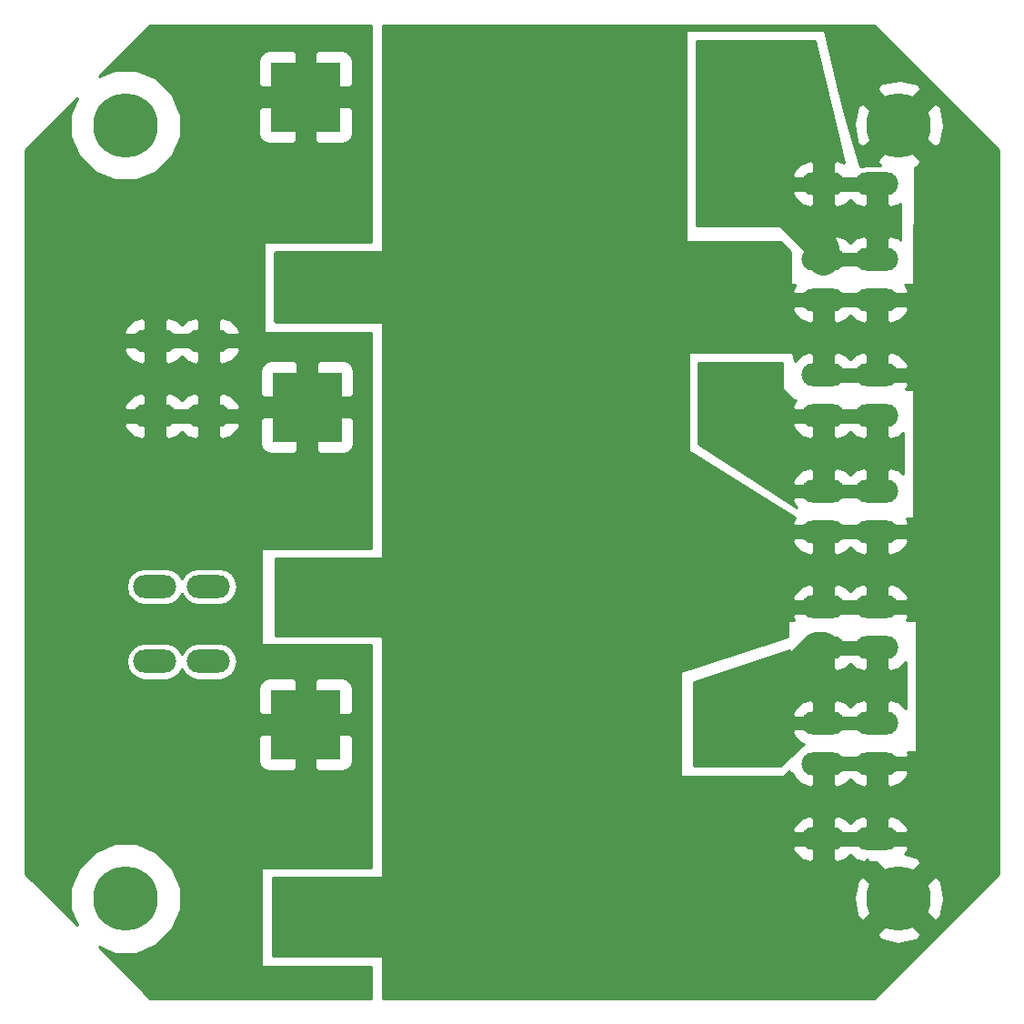
<source format=gbr>
G04 #@! TF.GenerationSoftware,KiCad,Pcbnew,(5.0.2)-1*
G04 #@! TF.CreationDate,2019-05-25T13:24:05-02:30*
G04 #@! TF.ProjectId,PowerPCB,506f7765-7250-4434-922e-6b696361645f,rev?*
G04 #@! TF.SameCoordinates,Original*
G04 #@! TF.FileFunction,Copper,L1,Top*
G04 #@! TF.FilePolarity,Positive*
%FSLAX46Y46*%
G04 Gerber Fmt 4.6, Leading zero omitted, Abs format (unit mm)*
G04 Created by KiCad (PCBNEW (5.0.2)-1) date 5/25/2019 1:24:05 PM*
%MOMM*%
%LPD*%
G01*
G04 APERTURE LIST*
G04 #@! TA.AperFunction,ComponentPad*
%ADD10C,6.000000*%
G04 #@! TD*
G04 #@! TA.AperFunction,ComponentPad*
%ADD11O,4.000000X2.150000*%
G04 #@! TD*
G04 #@! TA.AperFunction,SMDPad,CuDef*
%ADD12R,6.500000X6.500000*%
G04 #@! TD*
G04 #@! TA.AperFunction,ViaPad*
%ADD13C,0.800000*%
G04 #@! TD*
G04 #@! TA.AperFunction,Conductor*
%ADD14C,0.250000*%
G04 #@! TD*
G04 #@! TA.AperFunction,Conductor*
%ADD15C,3.000000*%
G04 #@! TD*
G04 #@! TA.AperFunction,Conductor*
%ADD16C,0.254000*%
G04 #@! TD*
G04 APERTURE END LIST*
D10*
G04 #@! TO.P,H1,1*
G04 #@! TO.N,GND*
X132000000Y-68000000D03*
G04 #@! TD*
G04 #@! TO.P,H2,1*
G04 #@! TO.N,GND*
X60000000Y-68000000D03*
G04 #@! TD*
G04 #@! TO.P,H3,1*
G04 #@! TO.N,GND*
X132000000Y-140000000D03*
G04 #@! TD*
G04 #@! TO.P,H4,1*
G04 #@! TO.N,GND*
X60000000Y-140000000D03*
G04 #@! TD*
D11*
G04 #@! TO.P,J1,1*
G04 #@! TO.N,+V*
X67740000Y-88080000D03*
X67740000Y-95080000D03*
X62740000Y-95080000D03*
X62740000Y-88080000D03*
G04 #@! TD*
G04 #@! TO.P,J2,1*
G04 #@! TO.N,GND*
X67740000Y-117940000D03*
X67740000Y-110940000D03*
X62740000Y-110940000D03*
X62740000Y-117940000D03*
G04 #@! TD*
G04 #@! TO.P,J5,1*
G04 #@! TO.N,Net-(J5-Pad1)*
X129970000Y-123655000D03*
X129970000Y-116655000D03*
X124970000Y-116655000D03*
X124970000Y-123655000D03*
G04 #@! TD*
G04 #@! TO.P,J7,1*
G04 #@! TO.N,Net-(J7-Pad1)*
X124970000Y-80475000D03*
X124970000Y-73475000D03*
X129970000Y-73475000D03*
X129970000Y-80475000D03*
G04 #@! TD*
G04 #@! TO.P,J8,1*
G04 #@! TO.N,GND*
X124970000Y-91270000D03*
X124970000Y-84270000D03*
X129970000Y-84270000D03*
X129970000Y-91270000D03*
G04 #@! TD*
G04 #@! TO.P,J9,1*
G04 #@! TO.N,Net-(J9-Pad1)*
X129970000Y-95065000D03*
X129970000Y-102065000D03*
X124970000Y-102065000D03*
X124970000Y-95065000D03*
G04 #@! TD*
G04 #@! TO.P,J10,1*
G04 #@! TO.N,GND*
X124970000Y-112860000D03*
X124970000Y-105860000D03*
X129970000Y-105860000D03*
X129970000Y-112860000D03*
G04 #@! TD*
G04 #@! TO.P,J6,1*
G04 #@! TO.N,GND*
X129970000Y-134450000D03*
X129970000Y-127450000D03*
X124970000Y-127450000D03*
X124970000Y-134450000D03*
G04 #@! TD*
D12*
G04 #@! TO.P,U2,3*
G04 #@! TO.N,Net-(J5-Pad1)*
X117000000Y-123560000D03*
G04 #@! TO.P,U2,2*
G04 #@! TO.N,GND*
X117000000Y-141560000D03*
X77000000Y-141560000D03*
G04 #@! TO.P,U2,1*
G04 #@! TO.N,+V*
X76750000Y-123810000D03*
G04 #@! TD*
G04 #@! TO.P,U3,1*
G04 #@! TO.N,+V*
X76900000Y-94250000D03*
G04 #@! TO.P,U3,2*
G04 #@! TO.N,GND*
X77150000Y-112000000D03*
X117150000Y-112000000D03*
G04 #@! TO.P,U3,3*
G04 #@! TO.N,Net-(J9-Pad1)*
X117150000Y-94000000D03*
G04 #@! TD*
G04 #@! TO.P,U4,3*
G04 #@! TO.N,Net-(J7-Pad1)*
X117000000Y-65140000D03*
G04 #@! TO.P,U4,2*
G04 #@! TO.N,GND*
X117000000Y-83140000D03*
X77000000Y-83140000D03*
G04 #@! TO.P,U4,1*
G04 #@! TO.N,+V*
X76750000Y-65390000D03*
G04 #@! TD*
D13*
G04 #@! TO.N,GND*
X85500000Y-81000000D03*
X85500000Y-83000000D03*
X85500000Y-85250000D03*
X85000000Y-109250000D03*
X85000000Y-112000000D03*
X85000000Y-114250000D03*
X85750000Y-139000000D03*
X85750000Y-141000000D03*
X85750000Y-143500000D03*
X110000000Y-138500000D03*
X110000000Y-140750000D03*
X110000000Y-143250000D03*
X110750000Y-114250000D03*
X110750000Y-112000000D03*
X110750000Y-109750000D03*
X110250000Y-85250000D03*
X110250000Y-82750000D03*
X110250000Y-80250000D03*
G04 #@! TD*
D14*
G04 #@! TO.N,GND*
X77000000Y-83140000D02*
X83360000Y-83140000D01*
X83360000Y-83140000D02*
X85500000Y-81000000D01*
X85500000Y-83000000D02*
X85500000Y-85250000D01*
X77150000Y-112000000D02*
X82250000Y-112000000D01*
X82250000Y-112000000D02*
X85000000Y-109250000D01*
X85000000Y-112000000D02*
X85000000Y-114250000D01*
X77000000Y-141560000D02*
X83190000Y-141560000D01*
X83190000Y-141560000D02*
X85750000Y-139000000D01*
X85750000Y-141000000D02*
X85750000Y-143500000D01*
X110440000Y-138500000D02*
X110000000Y-138500000D01*
X117000000Y-141560000D02*
X113500000Y-141560000D01*
X113500000Y-141560000D02*
X110440000Y-138500000D01*
X110000000Y-140750000D02*
X110000000Y-143250000D01*
X111400000Y-114250000D02*
X110750000Y-114250000D01*
X117150000Y-112000000D02*
X113650000Y-112000000D01*
X113650000Y-112000000D02*
X111400000Y-114250000D01*
X110750000Y-112000000D02*
X110750000Y-109750000D01*
X117000000Y-83140000D02*
X112360000Y-83140000D01*
X112360000Y-83140000D02*
X110250000Y-85250000D01*
X110250000Y-82750000D02*
X110250000Y-80250000D01*
D15*
G04 #@! TO.N,Net-(J5-Pad1)*
X124970000Y-116655000D02*
X124345000Y-116655000D01*
X124345000Y-116655000D02*
X122500000Y-118500000D01*
G04 #@! TO.N,Net-(J7-Pad1)*
X124970000Y-80475000D02*
X124970000Y-79470000D01*
X124970000Y-79470000D02*
X122750000Y-77250000D01*
X122750000Y-77250000D02*
X121500000Y-76000000D01*
G04 #@! TD*
D16*
G04 #@! TO.N,+V*
G36*
X82873000Y-78873000D02*
X73000000Y-78873000D01*
X72951399Y-78882667D01*
X72910197Y-78910197D01*
X72882667Y-78951399D01*
X72873000Y-79000000D01*
X72873000Y-87250000D01*
X72882667Y-87298601D01*
X72910197Y-87339803D01*
X72951399Y-87367333D01*
X73000000Y-87377000D01*
X82873000Y-87377000D01*
X82873000Y-107373000D01*
X72750000Y-107373000D01*
X72701399Y-107382667D01*
X72660197Y-107410197D01*
X72632667Y-107451399D01*
X72623000Y-107500000D01*
X72623000Y-116250000D01*
X72632667Y-116298601D01*
X72660197Y-116339803D01*
X72701399Y-116367333D01*
X72750000Y-116377000D01*
X82873000Y-116377000D01*
X82873000Y-137123000D01*
X72750000Y-137123000D01*
X72701399Y-137132667D01*
X72660197Y-137160197D01*
X72632667Y-137201399D01*
X72623000Y-137250000D01*
X72623000Y-146250000D01*
X72632667Y-146298601D01*
X72660197Y-146339803D01*
X72701399Y-146367333D01*
X72750000Y-146377000D01*
X82873000Y-146377000D01*
X82873000Y-149290000D01*
X62294092Y-149290000D01*
X57530698Y-144526606D01*
X58980176Y-145127000D01*
X61019824Y-145127000D01*
X62904212Y-144346461D01*
X64346461Y-142904212D01*
X65127000Y-141019824D01*
X65127000Y-138980176D01*
X64346461Y-137095788D01*
X62904212Y-135653539D01*
X61019824Y-134873000D01*
X58980176Y-134873000D01*
X57095788Y-135653539D01*
X55653539Y-137095788D01*
X54873000Y-138980176D01*
X54873000Y-141019824D01*
X55473394Y-142469303D01*
X50710000Y-137705910D01*
X50710000Y-124964750D01*
X72373000Y-124964750D01*
X72373000Y-127284174D01*
X72544576Y-127698394D01*
X72861606Y-128015425D01*
X73275826Y-128187000D01*
X75595250Y-128187000D01*
X75877000Y-127905250D01*
X75877000Y-124683000D01*
X77623000Y-124683000D01*
X77623000Y-127905250D01*
X77904750Y-128187000D01*
X80224174Y-128187000D01*
X80638394Y-128015425D01*
X80955424Y-127698394D01*
X81127000Y-127284174D01*
X81127000Y-124964750D01*
X80845250Y-124683000D01*
X77623000Y-124683000D01*
X75877000Y-124683000D01*
X72654750Y-124683000D01*
X72373000Y-124964750D01*
X50710000Y-124964750D01*
X50710000Y-120335826D01*
X72373000Y-120335826D01*
X72373000Y-122655250D01*
X72654750Y-122937000D01*
X75877000Y-122937000D01*
X75877000Y-119714750D01*
X77623000Y-119714750D01*
X77623000Y-122937000D01*
X80845250Y-122937000D01*
X81127000Y-122655250D01*
X81127000Y-120335826D01*
X80955424Y-119921606D01*
X80638394Y-119604575D01*
X80224174Y-119433000D01*
X77904750Y-119433000D01*
X77623000Y-119714750D01*
X75877000Y-119714750D01*
X75595250Y-119433000D01*
X73275826Y-119433000D01*
X72861606Y-119604575D01*
X72544576Y-119921606D01*
X72373000Y-120335826D01*
X50710000Y-120335826D01*
X50710000Y-117940000D01*
X60071500Y-117940000D01*
X60204216Y-118607209D01*
X60582159Y-119172841D01*
X61147791Y-119550784D01*
X61646584Y-119650000D01*
X63833416Y-119650000D01*
X64332209Y-119550784D01*
X64897841Y-119172841D01*
X65240000Y-118660764D01*
X65582159Y-119172841D01*
X66147791Y-119550784D01*
X66646584Y-119650000D01*
X68833416Y-119650000D01*
X69332209Y-119550784D01*
X69897841Y-119172841D01*
X70275784Y-118607209D01*
X70408500Y-117940000D01*
X70275784Y-117272791D01*
X69897841Y-116707159D01*
X69332209Y-116329216D01*
X68833416Y-116230000D01*
X66646584Y-116230000D01*
X66147791Y-116329216D01*
X65582159Y-116707159D01*
X65240000Y-117219236D01*
X64897841Y-116707159D01*
X64332209Y-116329216D01*
X63833416Y-116230000D01*
X61646584Y-116230000D01*
X61147791Y-116329216D01*
X60582159Y-116707159D01*
X60204216Y-117272791D01*
X60071500Y-117940000D01*
X50710000Y-117940000D01*
X50710000Y-110940000D01*
X60071500Y-110940000D01*
X60204216Y-111607209D01*
X60582159Y-112172841D01*
X61147791Y-112550784D01*
X61646584Y-112650000D01*
X63833416Y-112650000D01*
X64332209Y-112550784D01*
X64897841Y-112172841D01*
X65240000Y-111660764D01*
X65582159Y-112172841D01*
X66147791Y-112550784D01*
X66646584Y-112650000D01*
X68833416Y-112650000D01*
X69332209Y-112550784D01*
X69897841Y-112172841D01*
X70275784Y-111607209D01*
X70408500Y-110940000D01*
X70275784Y-110272791D01*
X69897841Y-109707159D01*
X69332209Y-109329216D01*
X68833416Y-109230000D01*
X66646584Y-109230000D01*
X66147791Y-109329216D01*
X65582159Y-109707159D01*
X65240000Y-110219236D01*
X64897841Y-109707159D01*
X64332209Y-109329216D01*
X63833416Y-109230000D01*
X61646584Y-109230000D01*
X61147791Y-109329216D01*
X60582159Y-109707159D01*
X60204216Y-110272791D01*
X60071500Y-110940000D01*
X50710000Y-110940000D01*
X50710000Y-95944931D01*
X59789982Y-95944931D01*
X60055792Y-96422416D01*
X60703424Y-96993450D01*
X61520283Y-97273179D01*
X61867000Y-97010531D01*
X61867000Y-95617500D01*
X63613000Y-95617500D01*
X63613000Y-97010531D01*
X63959717Y-97273179D01*
X64776576Y-96993450D01*
X65240000Y-96584837D01*
X65703424Y-96993450D01*
X66520283Y-97273179D01*
X66867000Y-97010531D01*
X66867000Y-95617500D01*
X68613000Y-95617500D01*
X68613000Y-97010531D01*
X68959717Y-97273179D01*
X69776576Y-96993450D01*
X70424208Y-96422416D01*
X70690018Y-95944931D01*
X70508490Y-95617500D01*
X68613000Y-95617500D01*
X66867000Y-95617500D01*
X63613000Y-95617500D01*
X61867000Y-95617500D01*
X59971510Y-95617500D01*
X59789982Y-95944931D01*
X50710000Y-95944931D01*
X50710000Y-95404750D01*
X72523000Y-95404750D01*
X72523000Y-97724174D01*
X72694576Y-98138394D01*
X73011606Y-98455425D01*
X73425826Y-98627000D01*
X75745250Y-98627000D01*
X76027000Y-98345250D01*
X76027000Y-95123000D01*
X77773000Y-95123000D01*
X77773000Y-98345250D01*
X78054750Y-98627000D01*
X80374174Y-98627000D01*
X80788394Y-98455425D01*
X81105424Y-98138394D01*
X81277000Y-97724174D01*
X81277000Y-95404750D01*
X80995250Y-95123000D01*
X77773000Y-95123000D01*
X76027000Y-95123000D01*
X72804750Y-95123000D01*
X72523000Y-95404750D01*
X50710000Y-95404750D01*
X50710000Y-94215069D01*
X59789982Y-94215069D01*
X59971510Y-94542500D01*
X61867000Y-94542500D01*
X61867000Y-93149469D01*
X63613000Y-93149469D01*
X63613000Y-94542500D01*
X66867000Y-94542500D01*
X66867000Y-93149469D01*
X68613000Y-93149469D01*
X68613000Y-94542500D01*
X70508490Y-94542500D01*
X70690018Y-94215069D01*
X70424208Y-93737584D01*
X69776576Y-93166550D01*
X68959717Y-92886821D01*
X68613000Y-93149469D01*
X66867000Y-93149469D01*
X66520283Y-92886821D01*
X65703424Y-93166550D01*
X65240000Y-93575163D01*
X64776576Y-93166550D01*
X63959717Y-92886821D01*
X63613000Y-93149469D01*
X61867000Y-93149469D01*
X61520283Y-92886821D01*
X60703424Y-93166550D01*
X60055792Y-93737584D01*
X59789982Y-94215069D01*
X50710000Y-94215069D01*
X50710000Y-90775826D01*
X72523000Y-90775826D01*
X72523000Y-93095250D01*
X72804750Y-93377000D01*
X76027000Y-93377000D01*
X76027000Y-90154750D01*
X77773000Y-90154750D01*
X77773000Y-93377000D01*
X80995250Y-93377000D01*
X81277000Y-93095250D01*
X81277000Y-90775826D01*
X81105424Y-90361606D01*
X80788394Y-90044575D01*
X80374174Y-89873000D01*
X78054750Y-89873000D01*
X77773000Y-90154750D01*
X76027000Y-90154750D01*
X75745250Y-89873000D01*
X73425826Y-89873000D01*
X73011606Y-90044575D01*
X72694576Y-90361606D01*
X72523000Y-90775826D01*
X50710000Y-90775826D01*
X50710000Y-88944931D01*
X59789982Y-88944931D01*
X60055792Y-89422416D01*
X60703424Y-89993450D01*
X61520283Y-90273179D01*
X61867000Y-90010531D01*
X61867000Y-88617500D01*
X63613000Y-88617500D01*
X63613000Y-90010531D01*
X63959717Y-90273179D01*
X64776576Y-89993450D01*
X65240000Y-89584837D01*
X65703424Y-89993450D01*
X66520283Y-90273179D01*
X66867000Y-90010531D01*
X66867000Y-88617500D01*
X68613000Y-88617500D01*
X68613000Y-90010531D01*
X68959717Y-90273179D01*
X69776576Y-89993450D01*
X70424208Y-89422416D01*
X70690018Y-88944931D01*
X70508490Y-88617500D01*
X68613000Y-88617500D01*
X66867000Y-88617500D01*
X63613000Y-88617500D01*
X61867000Y-88617500D01*
X59971510Y-88617500D01*
X59789982Y-88944931D01*
X50710000Y-88944931D01*
X50710000Y-87215069D01*
X59789982Y-87215069D01*
X59971510Y-87542500D01*
X61867000Y-87542500D01*
X61867000Y-86149469D01*
X63613000Y-86149469D01*
X63613000Y-87542500D01*
X66867000Y-87542500D01*
X66867000Y-86149469D01*
X68613000Y-86149469D01*
X68613000Y-87542500D01*
X70508490Y-87542500D01*
X70690018Y-87215069D01*
X70424208Y-86737584D01*
X69776576Y-86166550D01*
X68959717Y-85886821D01*
X68613000Y-86149469D01*
X66867000Y-86149469D01*
X66520283Y-85886821D01*
X65703424Y-86166550D01*
X65240000Y-86575163D01*
X64776576Y-86166550D01*
X63959717Y-85886821D01*
X63613000Y-86149469D01*
X61867000Y-86149469D01*
X61520283Y-85886821D01*
X60703424Y-86166550D01*
X60055792Y-86737584D01*
X59789982Y-87215069D01*
X50710000Y-87215069D01*
X50710000Y-70294090D01*
X55473394Y-65530697D01*
X54873000Y-66980176D01*
X54873000Y-69019824D01*
X55653539Y-70904212D01*
X57095788Y-72346461D01*
X58980176Y-73127000D01*
X61019824Y-73127000D01*
X62904212Y-72346461D01*
X64346461Y-70904212D01*
X65127000Y-69019824D01*
X65127000Y-66980176D01*
X64946641Y-66544750D01*
X72373000Y-66544750D01*
X72373000Y-68864174D01*
X72544576Y-69278394D01*
X72861606Y-69595425D01*
X73275826Y-69767000D01*
X75595250Y-69767000D01*
X75877000Y-69485250D01*
X75877000Y-66263000D01*
X77623000Y-66263000D01*
X77623000Y-69485250D01*
X77904750Y-69767000D01*
X80224174Y-69767000D01*
X80638394Y-69595425D01*
X80955424Y-69278394D01*
X81127000Y-68864174D01*
X81127000Y-66544750D01*
X80845250Y-66263000D01*
X77623000Y-66263000D01*
X75877000Y-66263000D01*
X72654750Y-66263000D01*
X72373000Y-66544750D01*
X64946641Y-66544750D01*
X64346461Y-65095788D01*
X62904212Y-63653539D01*
X61019824Y-62873000D01*
X58980176Y-62873000D01*
X57530698Y-63473394D01*
X59088266Y-61915826D01*
X72373000Y-61915826D01*
X72373000Y-64235250D01*
X72654750Y-64517000D01*
X75877000Y-64517000D01*
X75877000Y-61294750D01*
X77623000Y-61294750D01*
X77623000Y-64517000D01*
X80845250Y-64517000D01*
X81127000Y-64235250D01*
X81127000Y-61915826D01*
X80955424Y-61501606D01*
X80638394Y-61184575D01*
X80224174Y-61013000D01*
X77904750Y-61013000D01*
X77623000Y-61294750D01*
X75877000Y-61294750D01*
X75595250Y-61013000D01*
X73275826Y-61013000D01*
X72861606Y-61184575D01*
X72544576Y-61501606D01*
X72373000Y-61915826D01*
X59088266Y-61915826D01*
X62294092Y-58710000D01*
X82873000Y-58710000D01*
X82873000Y-78873000D01*
X82873000Y-78873000D01*
G37*
X82873000Y-78873000D02*
X73000000Y-78873000D01*
X72951399Y-78882667D01*
X72910197Y-78910197D01*
X72882667Y-78951399D01*
X72873000Y-79000000D01*
X72873000Y-87250000D01*
X72882667Y-87298601D01*
X72910197Y-87339803D01*
X72951399Y-87367333D01*
X73000000Y-87377000D01*
X82873000Y-87377000D01*
X82873000Y-107373000D01*
X72750000Y-107373000D01*
X72701399Y-107382667D01*
X72660197Y-107410197D01*
X72632667Y-107451399D01*
X72623000Y-107500000D01*
X72623000Y-116250000D01*
X72632667Y-116298601D01*
X72660197Y-116339803D01*
X72701399Y-116367333D01*
X72750000Y-116377000D01*
X82873000Y-116377000D01*
X82873000Y-137123000D01*
X72750000Y-137123000D01*
X72701399Y-137132667D01*
X72660197Y-137160197D01*
X72632667Y-137201399D01*
X72623000Y-137250000D01*
X72623000Y-146250000D01*
X72632667Y-146298601D01*
X72660197Y-146339803D01*
X72701399Y-146367333D01*
X72750000Y-146377000D01*
X82873000Y-146377000D01*
X82873000Y-149290000D01*
X62294092Y-149290000D01*
X57530698Y-144526606D01*
X58980176Y-145127000D01*
X61019824Y-145127000D01*
X62904212Y-144346461D01*
X64346461Y-142904212D01*
X65127000Y-141019824D01*
X65127000Y-138980176D01*
X64346461Y-137095788D01*
X62904212Y-135653539D01*
X61019824Y-134873000D01*
X58980176Y-134873000D01*
X57095788Y-135653539D01*
X55653539Y-137095788D01*
X54873000Y-138980176D01*
X54873000Y-141019824D01*
X55473394Y-142469303D01*
X50710000Y-137705910D01*
X50710000Y-124964750D01*
X72373000Y-124964750D01*
X72373000Y-127284174D01*
X72544576Y-127698394D01*
X72861606Y-128015425D01*
X73275826Y-128187000D01*
X75595250Y-128187000D01*
X75877000Y-127905250D01*
X75877000Y-124683000D01*
X77623000Y-124683000D01*
X77623000Y-127905250D01*
X77904750Y-128187000D01*
X80224174Y-128187000D01*
X80638394Y-128015425D01*
X80955424Y-127698394D01*
X81127000Y-127284174D01*
X81127000Y-124964750D01*
X80845250Y-124683000D01*
X77623000Y-124683000D01*
X75877000Y-124683000D01*
X72654750Y-124683000D01*
X72373000Y-124964750D01*
X50710000Y-124964750D01*
X50710000Y-120335826D01*
X72373000Y-120335826D01*
X72373000Y-122655250D01*
X72654750Y-122937000D01*
X75877000Y-122937000D01*
X75877000Y-119714750D01*
X77623000Y-119714750D01*
X77623000Y-122937000D01*
X80845250Y-122937000D01*
X81127000Y-122655250D01*
X81127000Y-120335826D01*
X80955424Y-119921606D01*
X80638394Y-119604575D01*
X80224174Y-119433000D01*
X77904750Y-119433000D01*
X77623000Y-119714750D01*
X75877000Y-119714750D01*
X75595250Y-119433000D01*
X73275826Y-119433000D01*
X72861606Y-119604575D01*
X72544576Y-119921606D01*
X72373000Y-120335826D01*
X50710000Y-120335826D01*
X50710000Y-117940000D01*
X60071500Y-117940000D01*
X60204216Y-118607209D01*
X60582159Y-119172841D01*
X61147791Y-119550784D01*
X61646584Y-119650000D01*
X63833416Y-119650000D01*
X64332209Y-119550784D01*
X64897841Y-119172841D01*
X65240000Y-118660764D01*
X65582159Y-119172841D01*
X66147791Y-119550784D01*
X66646584Y-119650000D01*
X68833416Y-119650000D01*
X69332209Y-119550784D01*
X69897841Y-119172841D01*
X70275784Y-118607209D01*
X70408500Y-117940000D01*
X70275784Y-117272791D01*
X69897841Y-116707159D01*
X69332209Y-116329216D01*
X68833416Y-116230000D01*
X66646584Y-116230000D01*
X66147791Y-116329216D01*
X65582159Y-116707159D01*
X65240000Y-117219236D01*
X64897841Y-116707159D01*
X64332209Y-116329216D01*
X63833416Y-116230000D01*
X61646584Y-116230000D01*
X61147791Y-116329216D01*
X60582159Y-116707159D01*
X60204216Y-117272791D01*
X60071500Y-117940000D01*
X50710000Y-117940000D01*
X50710000Y-110940000D01*
X60071500Y-110940000D01*
X60204216Y-111607209D01*
X60582159Y-112172841D01*
X61147791Y-112550784D01*
X61646584Y-112650000D01*
X63833416Y-112650000D01*
X64332209Y-112550784D01*
X64897841Y-112172841D01*
X65240000Y-111660764D01*
X65582159Y-112172841D01*
X66147791Y-112550784D01*
X66646584Y-112650000D01*
X68833416Y-112650000D01*
X69332209Y-112550784D01*
X69897841Y-112172841D01*
X70275784Y-111607209D01*
X70408500Y-110940000D01*
X70275784Y-110272791D01*
X69897841Y-109707159D01*
X69332209Y-109329216D01*
X68833416Y-109230000D01*
X66646584Y-109230000D01*
X66147791Y-109329216D01*
X65582159Y-109707159D01*
X65240000Y-110219236D01*
X64897841Y-109707159D01*
X64332209Y-109329216D01*
X63833416Y-109230000D01*
X61646584Y-109230000D01*
X61147791Y-109329216D01*
X60582159Y-109707159D01*
X60204216Y-110272791D01*
X60071500Y-110940000D01*
X50710000Y-110940000D01*
X50710000Y-95944931D01*
X59789982Y-95944931D01*
X60055792Y-96422416D01*
X60703424Y-96993450D01*
X61520283Y-97273179D01*
X61867000Y-97010531D01*
X61867000Y-95617500D01*
X63613000Y-95617500D01*
X63613000Y-97010531D01*
X63959717Y-97273179D01*
X64776576Y-96993450D01*
X65240000Y-96584837D01*
X65703424Y-96993450D01*
X66520283Y-97273179D01*
X66867000Y-97010531D01*
X66867000Y-95617500D01*
X68613000Y-95617500D01*
X68613000Y-97010531D01*
X68959717Y-97273179D01*
X69776576Y-96993450D01*
X70424208Y-96422416D01*
X70690018Y-95944931D01*
X70508490Y-95617500D01*
X68613000Y-95617500D01*
X66867000Y-95617500D01*
X63613000Y-95617500D01*
X61867000Y-95617500D01*
X59971510Y-95617500D01*
X59789982Y-95944931D01*
X50710000Y-95944931D01*
X50710000Y-95404750D01*
X72523000Y-95404750D01*
X72523000Y-97724174D01*
X72694576Y-98138394D01*
X73011606Y-98455425D01*
X73425826Y-98627000D01*
X75745250Y-98627000D01*
X76027000Y-98345250D01*
X76027000Y-95123000D01*
X77773000Y-95123000D01*
X77773000Y-98345250D01*
X78054750Y-98627000D01*
X80374174Y-98627000D01*
X80788394Y-98455425D01*
X81105424Y-98138394D01*
X81277000Y-97724174D01*
X81277000Y-95404750D01*
X80995250Y-95123000D01*
X77773000Y-95123000D01*
X76027000Y-95123000D01*
X72804750Y-95123000D01*
X72523000Y-95404750D01*
X50710000Y-95404750D01*
X50710000Y-94215069D01*
X59789982Y-94215069D01*
X59971510Y-94542500D01*
X61867000Y-94542500D01*
X61867000Y-93149469D01*
X63613000Y-93149469D01*
X63613000Y-94542500D01*
X66867000Y-94542500D01*
X66867000Y-93149469D01*
X68613000Y-93149469D01*
X68613000Y-94542500D01*
X70508490Y-94542500D01*
X70690018Y-94215069D01*
X70424208Y-93737584D01*
X69776576Y-93166550D01*
X68959717Y-92886821D01*
X68613000Y-93149469D01*
X66867000Y-93149469D01*
X66520283Y-92886821D01*
X65703424Y-93166550D01*
X65240000Y-93575163D01*
X64776576Y-93166550D01*
X63959717Y-92886821D01*
X63613000Y-93149469D01*
X61867000Y-93149469D01*
X61520283Y-92886821D01*
X60703424Y-93166550D01*
X60055792Y-93737584D01*
X59789982Y-94215069D01*
X50710000Y-94215069D01*
X50710000Y-90775826D01*
X72523000Y-90775826D01*
X72523000Y-93095250D01*
X72804750Y-93377000D01*
X76027000Y-93377000D01*
X76027000Y-90154750D01*
X77773000Y-90154750D01*
X77773000Y-93377000D01*
X80995250Y-93377000D01*
X81277000Y-93095250D01*
X81277000Y-90775826D01*
X81105424Y-90361606D01*
X80788394Y-90044575D01*
X80374174Y-89873000D01*
X78054750Y-89873000D01*
X77773000Y-90154750D01*
X76027000Y-90154750D01*
X75745250Y-89873000D01*
X73425826Y-89873000D01*
X73011606Y-90044575D01*
X72694576Y-90361606D01*
X72523000Y-90775826D01*
X50710000Y-90775826D01*
X50710000Y-88944931D01*
X59789982Y-88944931D01*
X60055792Y-89422416D01*
X60703424Y-89993450D01*
X61520283Y-90273179D01*
X61867000Y-90010531D01*
X61867000Y-88617500D01*
X63613000Y-88617500D01*
X63613000Y-90010531D01*
X63959717Y-90273179D01*
X64776576Y-89993450D01*
X65240000Y-89584837D01*
X65703424Y-89993450D01*
X66520283Y-90273179D01*
X66867000Y-90010531D01*
X66867000Y-88617500D01*
X68613000Y-88617500D01*
X68613000Y-90010531D01*
X68959717Y-90273179D01*
X69776576Y-89993450D01*
X70424208Y-89422416D01*
X70690018Y-88944931D01*
X70508490Y-88617500D01*
X68613000Y-88617500D01*
X66867000Y-88617500D01*
X63613000Y-88617500D01*
X61867000Y-88617500D01*
X59971510Y-88617500D01*
X59789982Y-88944931D01*
X50710000Y-88944931D01*
X50710000Y-87215069D01*
X59789982Y-87215069D01*
X59971510Y-87542500D01*
X61867000Y-87542500D01*
X61867000Y-86149469D01*
X63613000Y-86149469D01*
X63613000Y-87542500D01*
X66867000Y-87542500D01*
X66867000Y-86149469D01*
X68613000Y-86149469D01*
X68613000Y-87542500D01*
X70508490Y-87542500D01*
X70690018Y-87215069D01*
X70424208Y-86737584D01*
X69776576Y-86166550D01*
X68959717Y-85886821D01*
X68613000Y-86149469D01*
X66867000Y-86149469D01*
X66520283Y-85886821D01*
X65703424Y-86166550D01*
X65240000Y-86575163D01*
X64776576Y-86166550D01*
X63959717Y-85886821D01*
X63613000Y-86149469D01*
X61867000Y-86149469D01*
X61520283Y-85886821D01*
X60703424Y-86166550D01*
X60055792Y-86737584D01*
X59789982Y-87215069D01*
X50710000Y-87215069D01*
X50710000Y-70294090D01*
X55473394Y-65530697D01*
X54873000Y-66980176D01*
X54873000Y-69019824D01*
X55653539Y-70904212D01*
X57095788Y-72346461D01*
X58980176Y-73127000D01*
X61019824Y-73127000D01*
X62904212Y-72346461D01*
X64346461Y-70904212D01*
X65127000Y-69019824D01*
X65127000Y-66980176D01*
X64946641Y-66544750D01*
X72373000Y-66544750D01*
X72373000Y-68864174D01*
X72544576Y-69278394D01*
X72861606Y-69595425D01*
X73275826Y-69767000D01*
X75595250Y-69767000D01*
X75877000Y-69485250D01*
X75877000Y-66263000D01*
X77623000Y-66263000D01*
X77623000Y-69485250D01*
X77904750Y-69767000D01*
X80224174Y-69767000D01*
X80638394Y-69595425D01*
X80955424Y-69278394D01*
X81127000Y-68864174D01*
X81127000Y-66544750D01*
X80845250Y-66263000D01*
X77623000Y-66263000D01*
X75877000Y-66263000D01*
X72654750Y-66263000D01*
X72373000Y-66544750D01*
X64946641Y-66544750D01*
X64346461Y-65095788D01*
X62904212Y-63653539D01*
X61019824Y-62873000D01*
X58980176Y-62873000D01*
X57530698Y-63473394D01*
X59088266Y-61915826D01*
X72373000Y-61915826D01*
X72373000Y-64235250D01*
X72654750Y-64517000D01*
X75877000Y-64517000D01*
X75877000Y-61294750D01*
X77623000Y-61294750D01*
X77623000Y-64517000D01*
X80845250Y-64517000D01*
X81127000Y-64235250D01*
X81127000Y-61915826D01*
X80955424Y-61501606D01*
X80638394Y-61184575D01*
X80224174Y-61013000D01*
X77904750Y-61013000D01*
X77623000Y-61294750D01*
X75877000Y-61294750D01*
X75595250Y-61013000D01*
X73275826Y-61013000D01*
X72861606Y-61184575D01*
X72544576Y-61501606D01*
X72373000Y-61915826D01*
X59088266Y-61915826D01*
X62294092Y-58710000D01*
X82873000Y-58710000D01*
X82873000Y-78873000D01*
G04 #@! TO.N,Net-(J7-Pad1)*
G36*
X126376421Y-69279289D02*
X126894217Y-71523073D01*
X126189717Y-71281821D01*
X125843000Y-71544469D01*
X125843000Y-72937500D01*
X129097000Y-72937500D01*
X129097000Y-72627000D01*
X129773069Y-72627000D01*
X130863000Y-73078464D01*
X130863000Y-74012500D01*
X130843000Y-74012500D01*
X130843000Y-75405531D01*
X131189717Y-75668179D01*
X132006576Y-75388450D01*
X132123000Y-75285796D01*
X132123000Y-78664204D01*
X132006576Y-78561550D01*
X131189717Y-78281821D01*
X130843000Y-78544469D01*
X130843000Y-79937500D01*
X130863000Y-79937500D01*
X130863000Y-81012500D01*
X130843000Y-81012500D01*
X130843000Y-81368000D01*
X129097000Y-81368000D01*
X129097000Y-81012500D01*
X125843000Y-81012500D01*
X125843000Y-81368000D01*
X124097000Y-81368000D01*
X124097000Y-81012500D01*
X124077000Y-81012500D01*
X124077000Y-79937500D01*
X124097000Y-79937500D01*
X124097000Y-78544469D01*
X125843000Y-78544469D01*
X125843000Y-79937500D01*
X129097000Y-79937500D01*
X129097000Y-78544469D01*
X128750283Y-78281821D01*
X127933424Y-78561550D01*
X127470000Y-78970163D01*
X127006576Y-78561550D01*
X126189717Y-78281821D01*
X125843000Y-78544469D01*
X124097000Y-78544469D01*
X123750283Y-78281821D01*
X122933424Y-78561550D01*
X122627000Y-78831732D01*
X122627000Y-77500000D01*
X122617333Y-77451399D01*
X122589803Y-77410197D01*
X122548601Y-77382667D01*
X122500000Y-77373000D01*
X113127000Y-77373000D01*
X113127000Y-74339931D01*
X122019982Y-74339931D01*
X122285792Y-74817416D01*
X122933424Y-75388450D01*
X123750283Y-75668179D01*
X124097000Y-75405531D01*
X124097000Y-74012500D01*
X125843000Y-74012500D01*
X125843000Y-75405531D01*
X126189717Y-75668179D01*
X127006576Y-75388450D01*
X127470000Y-74979837D01*
X127933424Y-75388450D01*
X128750283Y-75668179D01*
X129097000Y-75405531D01*
X129097000Y-74012500D01*
X125843000Y-74012500D01*
X124097000Y-74012500D01*
X122201510Y-74012500D01*
X122019982Y-74339931D01*
X113127000Y-74339931D01*
X113127000Y-72610069D01*
X122019982Y-72610069D01*
X122201510Y-72937500D01*
X124097000Y-72937500D01*
X124097000Y-71544469D01*
X123750283Y-71281821D01*
X122933424Y-71561550D01*
X122285792Y-72132584D01*
X122019982Y-72610069D01*
X113127000Y-72610069D01*
X113127000Y-60127000D01*
X124150188Y-60127000D01*
X126376421Y-69279289D01*
X126376421Y-69279289D01*
G37*
X126376421Y-69279289D02*
X126894217Y-71523073D01*
X126189717Y-71281821D01*
X125843000Y-71544469D01*
X125843000Y-72937500D01*
X129097000Y-72937500D01*
X129097000Y-72627000D01*
X129773069Y-72627000D01*
X130863000Y-73078464D01*
X130863000Y-74012500D01*
X130843000Y-74012500D01*
X130843000Y-75405531D01*
X131189717Y-75668179D01*
X132006576Y-75388450D01*
X132123000Y-75285796D01*
X132123000Y-78664204D01*
X132006576Y-78561550D01*
X131189717Y-78281821D01*
X130843000Y-78544469D01*
X130843000Y-79937500D01*
X130863000Y-79937500D01*
X130863000Y-81012500D01*
X130843000Y-81012500D01*
X130843000Y-81368000D01*
X129097000Y-81368000D01*
X129097000Y-81012500D01*
X125843000Y-81012500D01*
X125843000Y-81368000D01*
X124097000Y-81368000D01*
X124097000Y-81012500D01*
X124077000Y-81012500D01*
X124077000Y-79937500D01*
X124097000Y-79937500D01*
X124097000Y-78544469D01*
X125843000Y-78544469D01*
X125843000Y-79937500D01*
X129097000Y-79937500D01*
X129097000Y-78544469D01*
X128750283Y-78281821D01*
X127933424Y-78561550D01*
X127470000Y-78970163D01*
X127006576Y-78561550D01*
X126189717Y-78281821D01*
X125843000Y-78544469D01*
X124097000Y-78544469D01*
X123750283Y-78281821D01*
X122933424Y-78561550D01*
X122627000Y-78831732D01*
X122627000Y-77500000D01*
X122617333Y-77451399D01*
X122589803Y-77410197D01*
X122548601Y-77382667D01*
X122500000Y-77373000D01*
X113127000Y-77373000D01*
X113127000Y-74339931D01*
X122019982Y-74339931D01*
X122285792Y-74817416D01*
X122933424Y-75388450D01*
X123750283Y-75668179D01*
X124097000Y-75405531D01*
X124097000Y-74012500D01*
X125843000Y-74012500D01*
X125843000Y-75405531D01*
X126189717Y-75668179D01*
X127006576Y-75388450D01*
X127470000Y-74979837D01*
X127933424Y-75388450D01*
X128750283Y-75668179D01*
X129097000Y-75405531D01*
X129097000Y-74012500D01*
X125843000Y-74012500D01*
X124097000Y-74012500D01*
X122201510Y-74012500D01*
X122019982Y-74339931D01*
X113127000Y-74339931D01*
X113127000Y-72610069D01*
X122019982Y-72610069D01*
X122201510Y-72937500D01*
X124097000Y-72937500D01*
X124097000Y-71544469D01*
X123750283Y-71281821D01*
X122933424Y-71561550D01*
X122285792Y-72132584D01*
X122019982Y-72610069D01*
X113127000Y-72610069D01*
X113127000Y-60127000D01*
X124150188Y-60127000D01*
X126376421Y-69279289D01*
G04 #@! TO.N,Net-(J9-Pad1)*
G36*
X121123000Y-92500000D02*
X121132667Y-92548601D01*
X121160197Y-92589803D01*
X122160197Y-93589803D01*
X122201399Y-93617333D01*
X122250000Y-93627000D01*
X122394198Y-93627000D01*
X122285792Y-93722584D01*
X122019982Y-94200069D01*
X122201510Y-94527500D01*
X124097000Y-94527500D01*
X124097000Y-94172000D01*
X125843000Y-94172000D01*
X125843000Y-94527500D01*
X129097000Y-94527500D01*
X129097000Y-94172000D01*
X130843000Y-94172000D01*
X130843000Y-94527500D01*
X130863000Y-94527500D01*
X130863000Y-95602500D01*
X130843000Y-95602500D01*
X130843000Y-96995531D01*
X131189717Y-97258179D01*
X132006576Y-96978450D01*
X132373000Y-96655364D01*
X132373000Y-100474636D01*
X132006576Y-100151550D01*
X131189717Y-99871821D01*
X130843000Y-100134469D01*
X130843000Y-101527500D01*
X130863000Y-101527500D01*
X130863000Y-102602500D01*
X130843000Y-102602500D01*
X130843000Y-102958000D01*
X129097000Y-102958000D01*
X129097000Y-102602500D01*
X125843000Y-102602500D01*
X125843000Y-102958000D01*
X124097000Y-102958000D01*
X124097000Y-102602500D01*
X122201510Y-102602500D01*
X122019982Y-102929931D01*
X122285792Y-103407416D01*
X122510013Y-103605117D01*
X118802231Y-101200069D01*
X122019982Y-101200069D01*
X122201510Y-101527500D01*
X124097000Y-101527500D01*
X124097000Y-100134469D01*
X125843000Y-100134469D01*
X125843000Y-101527500D01*
X129097000Y-101527500D01*
X129097000Y-100134469D01*
X128750283Y-99871821D01*
X127933424Y-100151550D01*
X127470000Y-100560163D01*
X127006576Y-100151550D01*
X126189717Y-99871821D01*
X125843000Y-100134469D01*
X124097000Y-100134469D01*
X123750283Y-99871821D01*
X122933424Y-100151550D01*
X122285792Y-100722584D01*
X122019982Y-101200069D01*
X118802231Y-101200069D01*
X113377000Y-97681001D01*
X113377000Y-95929931D01*
X122019982Y-95929931D01*
X122285792Y-96407416D01*
X122933424Y-96978450D01*
X123750283Y-97258179D01*
X124097000Y-96995531D01*
X124097000Y-95602500D01*
X125843000Y-95602500D01*
X125843000Y-96995531D01*
X126189717Y-97258179D01*
X127006576Y-96978450D01*
X127470000Y-96569837D01*
X127933424Y-96978450D01*
X128750283Y-97258179D01*
X129097000Y-96995531D01*
X129097000Y-95602500D01*
X125843000Y-95602500D01*
X124097000Y-95602500D01*
X122201510Y-95602500D01*
X122019982Y-95929931D01*
X113377000Y-95929931D01*
X113377000Y-90127000D01*
X121123000Y-90127000D01*
X121123000Y-92500000D01*
X121123000Y-92500000D01*
G37*
X121123000Y-92500000D02*
X121132667Y-92548601D01*
X121160197Y-92589803D01*
X122160197Y-93589803D01*
X122201399Y-93617333D01*
X122250000Y-93627000D01*
X122394198Y-93627000D01*
X122285792Y-93722584D01*
X122019982Y-94200069D01*
X122201510Y-94527500D01*
X124097000Y-94527500D01*
X124097000Y-94172000D01*
X125843000Y-94172000D01*
X125843000Y-94527500D01*
X129097000Y-94527500D01*
X129097000Y-94172000D01*
X130843000Y-94172000D01*
X130843000Y-94527500D01*
X130863000Y-94527500D01*
X130863000Y-95602500D01*
X130843000Y-95602500D01*
X130843000Y-96995531D01*
X131189717Y-97258179D01*
X132006576Y-96978450D01*
X132373000Y-96655364D01*
X132373000Y-100474636D01*
X132006576Y-100151550D01*
X131189717Y-99871821D01*
X130843000Y-100134469D01*
X130843000Y-101527500D01*
X130863000Y-101527500D01*
X130863000Y-102602500D01*
X130843000Y-102602500D01*
X130843000Y-102958000D01*
X129097000Y-102958000D01*
X129097000Y-102602500D01*
X125843000Y-102602500D01*
X125843000Y-102958000D01*
X124097000Y-102958000D01*
X124097000Y-102602500D01*
X122201510Y-102602500D01*
X122019982Y-102929931D01*
X122285792Y-103407416D01*
X122510013Y-103605117D01*
X118802231Y-101200069D01*
X122019982Y-101200069D01*
X122201510Y-101527500D01*
X124097000Y-101527500D01*
X124097000Y-100134469D01*
X125843000Y-100134469D01*
X125843000Y-101527500D01*
X129097000Y-101527500D01*
X129097000Y-100134469D01*
X128750283Y-99871821D01*
X127933424Y-100151550D01*
X127470000Y-100560163D01*
X127006576Y-100151550D01*
X126189717Y-99871821D01*
X125843000Y-100134469D01*
X124097000Y-100134469D01*
X123750283Y-99871821D01*
X122933424Y-100151550D01*
X122285792Y-100722584D01*
X122019982Y-101200069D01*
X118802231Y-101200069D01*
X113377000Y-97681001D01*
X113377000Y-95929931D01*
X122019982Y-95929931D01*
X122285792Y-96407416D01*
X122933424Y-96978450D01*
X123750283Y-97258179D01*
X124097000Y-96995531D01*
X124097000Y-95602500D01*
X125843000Y-95602500D01*
X125843000Y-96995531D01*
X126189717Y-97258179D01*
X127006576Y-96978450D01*
X127470000Y-96569837D01*
X127933424Y-96978450D01*
X128750283Y-97258179D01*
X129097000Y-96995531D01*
X129097000Y-95602500D01*
X125843000Y-95602500D01*
X124097000Y-95602500D01*
X122201510Y-95602500D01*
X122019982Y-95929931D01*
X113377000Y-95929931D01*
X113377000Y-90127000D01*
X121123000Y-90127000D01*
X121123000Y-92500000D01*
G04 #@! TO.N,Net-(J5-Pad1)*
G36*
X125843000Y-116117500D02*
X129097000Y-116117500D01*
X129097000Y-115762000D01*
X130843000Y-115762000D01*
X130843000Y-116117500D01*
X130863000Y-116117500D01*
X130863000Y-117192500D01*
X130843000Y-117192500D01*
X130843000Y-118585531D01*
X131189717Y-118848179D01*
X132006576Y-118568450D01*
X132623000Y-118024933D01*
X132623000Y-122285067D01*
X132006576Y-121741550D01*
X131189717Y-121461821D01*
X130843000Y-121724469D01*
X130843000Y-123117500D01*
X130863000Y-123117500D01*
X130863000Y-124192500D01*
X130843000Y-124192500D01*
X130843000Y-124548000D01*
X129097000Y-124548000D01*
X129097000Y-124192500D01*
X125843000Y-124192500D01*
X125843000Y-124548000D01*
X124097000Y-124548000D01*
X124097000Y-124192500D01*
X122201510Y-124192500D01*
X122019982Y-124519931D01*
X122285792Y-124997416D01*
X122933424Y-125568450D01*
X123151226Y-125643035D01*
X120951265Y-127623000D01*
X112877000Y-127623000D01*
X112877000Y-122790069D01*
X122019982Y-122790069D01*
X122201510Y-123117500D01*
X124097000Y-123117500D01*
X124097000Y-121724469D01*
X125843000Y-121724469D01*
X125843000Y-123117500D01*
X129097000Y-123117500D01*
X129097000Y-121724469D01*
X128750283Y-121461821D01*
X127933424Y-121741550D01*
X127470000Y-122150163D01*
X127006576Y-121741550D01*
X126189717Y-121461821D01*
X125843000Y-121724469D01*
X124097000Y-121724469D01*
X123750283Y-121461821D01*
X122933424Y-121741550D01*
X122285792Y-122312584D01*
X122019982Y-122790069D01*
X112877000Y-122790069D01*
X112877000Y-119841537D01*
X121843000Y-116852870D01*
X121843000Y-117528002D01*
X122024475Y-117528002D01*
X122285792Y-117997416D01*
X122933424Y-118568450D01*
X123750283Y-118848179D01*
X124097000Y-118585531D01*
X124097000Y-117192500D01*
X125843000Y-117192500D01*
X125843000Y-118585531D01*
X126189717Y-118848179D01*
X127006576Y-118568450D01*
X127470000Y-118159837D01*
X127933424Y-118568450D01*
X128750283Y-118848179D01*
X129097000Y-118585531D01*
X129097000Y-117192500D01*
X125843000Y-117192500D01*
X124097000Y-117192500D01*
X124077000Y-117192500D01*
X124077000Y-116117500D01*
X124097000Y-116117500D01*
X124097000Y-115762000D01*
X125843000Y-115762000D01*
X125843000Y-116117500D01*
X125843000Y-116117500D01*
G37*
X125843000Y-116117500D02*
X129097000Y-116117500D01*
X129097000Y-115762000D01*
X130843000Y-115762000D01*
X130843000Y-116117500D01*
X130863000Y-116117500D01*
X130863000Y-117192500D01*
X130843000Y-117192500D01*
X130843000Y-118585531D01*
X131189717Y-118848179D01*
X132006576Y-118568450D01*
X132623000Y-118024933D01*
X132623000Y-122285067D01*
X132006576Y-121741550D01*
X131189717Y-121461821D01*
X130843000Y-121724469D01*
X130843000Y-123117500D01*
X130863000Y-123117500D01*
X130863000Y-124192500D01*
X130843000Y-124192500D01*
X130843000Y-124548000D01*
X129097000Y-124548000D01*
X129097000Y-124192500D01*
X125843000Y-124192500D01*
X125843000Y-124548000D01*
X124097000Y-124548000D01*
X124097000Y-124192500D01*
X122201510Y-124192500D01*
X122019982Y-124519931D01*
X122285792Y-124997416D01*
X122933424Y-125568450D01*
X123151226Y-125643035D01*
X120951265Y-127623000D01*
X112877000Y-127623000D01*
X112877000Y-122790069D01*
X122019982Y-122790069D01*
X122201510Y-123117500D01*
X124097000Y-123117500D01*
X124097000Y-121724469D01*
X125843000Y-121724469D01*
X125843000Y-123117500D01*
X129097000Y-123117500D01*
X129097000Y-121724469D01*
X128750283Y-121461821D01*
X127933424Y-121741550D01*
X127470000Y-122150163D01*
X127006576Y-121741550D01*
X126189717Y-121461821D01*
X125843000Y-121724469D01*
X124097000Y-121724469D01*
X123750283Y-121461821D01*
X122933424Y-121741550D01*
X122285792Y-122312584D01*
X122019982Y-122790069D01*
X112877000Y-122790069D01*
X112877000Y-119841537D01*
X121843000Y-116852870D01*
X121843000Y-117528002D01*
X122024475Y-117528002D01*
X122285792Y-117997416D01*
X122933424Y-118568450D01*
X123750283Y-118848179D01*
X124097000Y-118585531D01*
X124097000Y-117192500D01*
X125843000Y-117192500D01*
X125843000Y-118585531D01*
X126189717Y-118848179D01*
X127006576Y-118568450D01*
X127470000Y-118159837D01*
X127933424Y-118568450D01*
X128750283Y-118848179D01*
X129097000Y-118585531D01*
X129097000Y-117192500D01*
X125843000Y-117192500D01*
X124097000Y-117192500D01*
X124077000Y-117192500D01*
X124077000Y-116117500D01*
X124097000Y-116117500D01*
X124097000Y-115762000D01*
X125843000Y-115762000D01*
X125843000Y-116117500D01*
G04 #@! TO.N,GND*
G36*
X141290000Y-70294092D02*
X141290001Y-137705907D01*
X129705910Y-149290000D01*
X83942306Y-149290000D01*
X83942306Y-145451505D01*
X83932639Y-145402904D01*
X83905109Y-145361702D01*
X83863907Y-145334172D01*
X83815306Y-145324505D01*
X73692306Y-145324505D01*
X73692306Y-143323977D01*
X129910632Y-143323977D01*
X130286774Y-143843291D01*
X131887948Y-144206361D01*
X133506183Y-143929052D01*
X133713226Y-143843291D01*
X134089368Y-143323977D01*
X132000000Y-141234608D01*
X129910632Y-143323977D01*
X73692306Y-143323977D01*
X73692306Y-139887948D01*
X127793639Y-139887948D01*
X128070948Y-141506183D01*
X128156709Y-141713226D01*
X128676023Y-142089368D01*
X130765392Y-140000000D01*
X133234608Y-140000000D01*
X135323977Y-142089368D01*
X135843291Y-141713226D01*
X136206361Y-140112052D01*
X135929052Y-138493817D01*
X135843291Y-138286774D01*
X135323977Y-137910632D01*
X133234608Y-140000000D01*
X130765392Y-140000000D01*
X128676023Y-137910632D01*
X128156709Y-138286774D01*
X127793639Y-139887948D01*
X73692306Y-139887948D01*
X73692306Y-138078505D01*
X83815306Y-138078505D01*
X83863907Y-138068838D01*
X83905109Y-138041308D01*
X83932639Y-138000106D01*
X83942306Y-137951505D01*
X83942306Y-135314931D01*
X122019982Y-135314931D01*
X122285792Y-135792416D01*
X122933424Y-136363450D01*
X123750283Y-136643179D01*
X124097000Y-136380531D01*
X124097000Y-134987500D01*
X125843000Y-134987500D01*
X125843000Y-136380531D01*
X126189717Y-136643179D01*
X127006576Y-136363450D01*
X127470000Y-135954837D01*
X127933424Y-136363450D01*
X128750283Y-136643179D01*
X129096998Y-136380533D01*
X129096998Y-136652000D01*
X129928032Y-136652000D01*
X129910632Y-136676023D01*
X132000000Y-138765392D01*
X134089368Y-136676023D01*
X133713226Y-136156709D01*
X132542200Y-135891176D01*
X132654208Y-135792416D01*
X132920018Y-135314931D01*
X132738490Y-134987500D01*
X130843000Y-134987500D01*
X130843000Y-135343000D01*
X129097000Y-135343000D01*
X129097000Y-134987500D01*
X125843000Y-134987500D01*
X124097000Y-134987500D01*
X122201510Y-134987500D01*
X122019982Y-135314931D01*
X83942306Y-135314931D01*
X83942306Y-133585069D01*
X122019982Y-133585069D01*
X122201510Y-133912500D01*
X124097000Y-133912500D01*
X124097000Y-132519469D01*
X125843000Y-132519469D01*
X125843000Y-133912500D01*
X129097000Y-133912500D01*
X129097000Y-132519469D01*
X130843000Y-132519469D01*
X130843000Y-133912500D01*
X132738490Y-133912500D01*
X132920018Y-133585069D01*
X132654208Y-133107584D01*
X132006576Y-132536550D01*
X131189717Y-132256821D01*
X130843000Y-132519469D01*
X129097000Y-132519469D01*
X128750283Y-132256821D01*
X127933424Y-132536550D01*
X127470000Y-132945163D01*
X127006576Y-132536550D01*
X126189717Y-132256821D01*
X125843000Y-132519469D01*
X124097000Y-132519469D01*
X123750283Y-132256821D01*
X122933424Y-132536550D01*
X122285792Y-133107584D01*
X122019982Y-133585069D01*
X83942306Y-133585069D01*
X83942306Y-119000000D01*
X111623000Y-119000000D01*
X111623000Y-128500000D01*
X111632667Y-128548601D01*
X111660197Y-128589803D01*
X111701399Y-128617333D01*
X111750000Y-128627000D01*
X121250000Y-128627000D01*
X121298601Y-128617333D01*
X121334959Y-128594398D01*
X121843000Y-128137161D01*
X121843000Y-128323002D01*
X122024475Y-128323002D01*
X122285792Y-128792416D01*
X122933424Y-129363450D01*
X123750283Y-129643179D01*
X124097000Y-129380531D01*
X124097000Y-127987500D01*
X125843000Y-127987500D01*
X125843000Y-129380531D01*
X126189717Y-129643179D01*
X127006576Y-129363450D01*
X127470000Y-128954837D01*
X127933424Y-129363450D01*
X128750283Y-129643179D01*
X129097000Y-129380531D01*
X129097000Y-127987500D01*
X130843000Y-127987500D01*
X130843000Y-129380531D01*
X131189717Y-129643179D01*
X132006576Y-129363450D01*
X132654208Y-128792416D01*
X132920018Y-128314931D01*
X132738490Y-127987500D01*
X130843000Y-127987500D01*
X129097000Y-127987500D01*
X125843000Y-127987500D01*
X124097000Y-127987500D01*
X124077000Y-127987500D01*
X124077000Y-126912500D01*
X124097000Y-126912500D01*
X124097000Y-126557000D01*
X125843000Y-126557000D01*
X125843000Y-126912500D01*
X129097000Y-126912500D01*
X129097000Y-126557000D01*
X130843000Y-126557000D01*
X130843000Y-126912500D01*
X132738490Y-126912500D01*
X132920018Y-126585069D01*
X132804189Y-126377000D01*
X133500000Y-126377000D01*
X133548601Y-126367333D01*
X133589803Y-126339803D01*
X133617333Y-126298601D01*
X133627000Y-126250000D01*
X133627000Y-114250000D01*
X133617333Y-114201399D01*
X133589803Y-114160197D01*
X133548601Y-114132667D01*
X133500000Y-114123000D01*
X132698418Y-114123000D01*
X132920018Y-113724931D01*
X132738490Y-113397500D01*
X130843000Y-113397500D01*
X130843000Y-113753000D01*
X129097000Y-113753000D01*
X129097000Y-113397500D01*
X125843000Y-113397500D01*
X125843000Y-113753000D01*
X124097000Y-113753000D01*
X124097000Y-113397500D01*
X122201510Y-113397500D01*
X122019982Y-113724931D01*
X122241582Y-114123000D01*
X121750000Y-114123000D01*
X121701399Y-114132667D01*
X121660197Y-114160197D01*
X121632667Y-114201399D01*
X121623000Y-114250000D01*
X121623000Y-115657736D01*
X111710746Y-118879219D01*
X111667513Y-118903434D01*
X111636838Y-118942351D01*
X111623000Y-119000000D01*
X83942306Y-119000000D01*
X83942306Y-115701505D01*
X83932639Y-115652904D01*
X83905109Y-115611702D01*
X83863907Y-115584172D01*
X83815306Y-115574505D01*
X73942306Y-115574505D01*
X73942306Y-111995069D01*
X122019982Y-111995069D01*
X122201510Y-112322500D01*
X124097000Y-112322500D01*
X124097000Y-110929469D01*
X125843000Y-110929469D01*
X125843000Y-112322500D01*
X129097000Y-112322500D01*
X129097000Y-110929469D01*
X130843000Y-110929469D01*
X130843000Y-112322500D01*
X132738490Y-112322500D01*
X132920018Y-111995069D01*
X132654208Y-111517584D01*
X132006576Y-110946550D01*
X131189717Y-110666821D01*
X130843000Y-110929469D01*
X129097000Y-110929469D01*
X128750283Y-110666821D01*
X127933424Y-110946550D01*
X127470000Y-111355163D01*
X127006576Y-110946550D01*
X126189717Y-110666821D01*
X125843000Y-110929469D01*
X124097000Y-110929469D01*
X123750283Y-110666821D01*
X122933424Y-110946550D01*
X122285792Y-111517584D01*
X122019982Y-111995069D01*
X73942306Y-111995069D01*
X73942306Y-108328505D01*
X83815306Y-108328505D01*
X83863907Y-108318838D01*
X83905109Y-108291308D01*
X83932639Y-108250106D01*
X83942306Y-108201505D01*
X83942306Y-106724931D01*
X122019982Y-106724931D01*
X122285792Y-107202416D01*
X122933424Y-107773450D01*
X123750283Y-108053179D01*
X124097000Y-107790531D01*
X124097000Y-106397500D01*
X125843000Y-106397500D01*
X125843000Y-107790531D01*
X126189717Y-108053179D01*
X127006576Y-107773450D01*
X127470000Y-107364837D01*
X127933424Y-107773450D01*
X128750283Y-108053179D01*
X129097000Y-107790531D01*
X129097000Y-106397500D01*
X130843000Y-106397500D01*
X130843000Y-107790531D01*
X131189717Y-108053179D01*
X132006576Y-107773450D01*
X132654208Y-107202416D01*
X132920018Y-106724931D01*
X132738490Y-106397500D01*
X130843000Y-106397500D01*
X129097000Y-106397500D01*
X125843000Y-106397500D01*
X124097000Y-106397500D01*
X122201510Y-106397500D01*
X122019982Y-106724931D01*
X83942306Y-106724931D01*
X83942306Y-89250000D01*
X112373000Y-89250000D01*
X112373000Y-98250000D01*
X112382667Y-98298601D01*
X112410197Y-98339803D01*
X112432690Y-98357696D01*
X122286920Y-104516590D01*
X122285792Y-104517584D01*
X122019982Y-104995069D01*
X122201510Y-105322500D01*
X124097000Y-105322500D01*
X124097000Y-104967000D01*
X125843000Y-104967000D01*
X125843000Y-105322500D01*
X129097000Y-105322500D01*
X129097000Y-104967000D01*
X130843000Y-104967000D01*
X130843000Y-105322500D01*
X132738490Y-105322500D01*
X132920018Y-104995069D01*
X132715119Y-104627000D01*
X133250000Y-104627000D01*
X133298601Y-104617333D01*
X133339803Y-104589803D01*
X133367333Y-104548601D01*
X133377000Y-104500000D01*
X133377000Y-92750000D01*
X133367333Y-92701399D01*
X133339803Y-92660197D01*
X133298601Y-92632667D01*
X133250000Y-92623000D01*
X132642204Y-92623000D01*
X132654208Y-92612416D01*
X132920018Y-92134931D01*
X132738490Y-91807500D01*
X130843000Y-91807500D01*
X130843000Y-92163000D01*
X129097000Y-92163000D01*
X129097000Y-91807500D01*
X125843000Y-91807500D01*
X125843000Y-92163000D01*
X124097000Y-92163000D01*
X124097000Y-91807500D01*
X124077000Y-91807500D01*
X124077000Y-90732500D01*
X124097000Y-90732500D01*
X124097000Y-89339469D01*
X125843000Y-89339469D01*
X125843000Y-90732500D01*
X129097000Y-90732500D01*
X129097000Y-89339469D01*
X130843000Y-89339469D01*
X130843000Y-90732500D01*
X132738490Y-90732500D01*
X132920018Y-90405069D01*
X132654208Y-89927584D01*
X132006576Y-89356550D01*
X131189717Y-89076821D01*
X130843000Y-89339469D01*
X129097000Y-89339469D01*
X128750283Y-89076821D01*
X127933424Y-89356550D01*
X127470000Y-89765163D01*
X127006576Y-89356550D01*
X126189717Y-89076821D01*
X125843000Y-89339469D01*
X124097000Y-89339469D01*
X123750283Y-89076821D01*
X122933424Y-89356550D01*
X122285792Y-89927584D01*
X122278057Y-89941478D01*
X122124181Y-89223390D01*
X122104545Y-89177893D01*
X122068993Y-89143375D01*
X122000000Y-89123000D01*
X112500000Y-89123000D01*
X112451399Y-89132667D01*
X112410197Y-89160197D01*
X112382667Y-89201399D01*
X112373000Y-89250000D01*
X83942306Y-89250000D01*
X83942306Y-86451505D01*
X83932639Y-86402904D01*
X83905109Y-86361702D01*
X83863907Y-86334172D01*
X83815306Y-86324505D01*
X73942306Y-86324505D01*
X73942306Y-85134931D01*
X122019982Y-85134931D01*
X122285792Y-85612416D01*
X122933424Y-86183450D01*
X123750283Y-86463179D01*
X124097000Y-86200531D01*
X124097000Y-84807500D01*
X125843000Y-84807500D01*
X125843000Y-86200531D01*
X126189717Y-86463179D01*
X127006576Y-86183450D01*
X127470000Y-85774837D01*
X127933424Y-86183450D01*
X128750283Y-86463179D01*
X129097000Y-86200531D01*
X129097000Y-84807500D01*
X130843000Y-84807500D01*
X130843000Y-86200531D01*
X131189717Y-86463179D01*
X132006576Y-86183450D01*
X132654208Y-85612416D01*
X132920018Y-85134931D01*
X132738490Y-84807500D01*
X130843000Y-84807500D01*
X129097000Y-84807500D01*
X125843000Y-84807500D01*
X124097000Y-84807500D01*
X122201510Y-84807500D01*
X122019982Y-85134931D01*
X73942306Y-85134931D01*
X73942306Y-79828505D01*
X83815306Y-79828505D01*
X83863907Y-79818838D01*
X83905109Y-79791308D01*
X83932639Y-79750106D01*
X83942306Y-79701505D01*
X83942306Y-59250000D01*
X112123000Y-59250000D01*
X112123000Y-78750000D01*
X112132667Y-78798601D01*
X112160197Y-78839803D01*
X112201399Y-78867333D01*
X112250000Y-78877000D01*
X120947394Y-78877000D01*
X121873000Y-79802606D01*
X121873000Y-82750000D01*
X121882667Y-82798601D01*
X121910197Y-82839803D01*
X121951399Y-82867333D01*
X122000544Y-82876999D01*
X122344836Y-82875523D01*
X122285792Y-82927584D01*
X122019982Y-83405069D01*
X122201510Y-83732500D01*
X124097000Y-83732500D01*
X124097000Y-83377000D01*
X125843000Y-83377000D01*
X125843000Y-83732500D01*
X129097000Y-83732500D01*
X129097000Y-83377000D01*
X130843000Y-83377000D01*
X130843000Y-83732500D01*
X132738490Y-83732500D01*
X132920018Y-83405069D01*
X132654208Y-82927584D01*
X132545582Y-82831805D01*
X133315850Y-82828504D01*
X133364409Y-82818628D01*
X133405493Y-82790922D01*
X133432846Y-82749602D01*
X133442306Y-82701679D01*
X133457076Y-71951679D01*
X133454361Y-71937932D01*
X133506183Y-71929052D01*
X133713226Y-71843291D01*
X134089368Y-71323977D01*
X132000000Y-69234608D01*
X129910632Y-71323977D01*
X130230067Y-71765000D01*
X128876584Y-71765000D01*
X128577432Y-71824505D01*
X128424301Y-71824505D01*
X127231706Y-67887948D01*
X127793639Y-67887948D01*
X128070948Y-69506183D01*
X128156709Y-69713226D01*
X128676023Y-70089368D01*
X130765392Y-68000000D01*
X133234608Y-68000000D01*
X135323977Y-70089368D01*
X135843291Y-69713226D01*
X136206361Y-68112052D01*
X135929052Y-66493817D01*
X135843291Y-66286774D01*
X135323977Y-65910632D01*
X133234608Y-68000000D01*
X130765392Y-68000000D01*
X128676023Y-65910632D01*
X128156709Y-66286774D01*
X127793639Y-67887948D01*
X127231706Y-67887948D01*
X126938006Y-66918495D01*
X126409438Y-64676023D01*
X129910632Y-64676023D01*
X132000000Y-66765392D01*
X134089368Y-64676023D01*
X133713226Y-64156709D01*
X132112052Y-63793639D01*
X130493817Y-64070948D01*
X130286774Y-64156709D01*
X129910632Y-64676023D01*
X126409438Y-64676023D01*
X125123613Y-59220864D01*
X125103053Y-59175777D01*
X125066805Y-59141990D01*
X125000000Y-59123000D01*
X112250000Y-59123000D01*
X112201399Y-59132667D01*
X112160197Y-59160197D01*
X112132667Y-59201399D01*
X112123000Y-59250000D01*
X83942306Y-59250000D01*
X83942306Y-58710000D01*
X129705910Y-58710000D01*
X141290000Y-70294092D01*
X141290000Y-70294092D01*
G37*
X141290000Y-70294092D02*
X141290001Y-137705907D01*
X129705910Y-149290000D01*
X83942306Y-149290000D01*
X83942306Y-145451505D01*
X83932639Y-145402904D01*
X83905109Y-145361702D01*
X83863907Y-145334172D01*
X83815306Y-145324505D01*
X73692306Y-145324505D01*
X73692306Y-143323977D01*
X129910632Y-143323977D01*
X130286774Y-143843291D01*
X131887948Y-144206361D01*
X133506183Y-143929052D01*
X133713226Y-143843291D01*
X134089368Y-143323977D01*
X132000000Y-141234608D01*
X129910632Y-143323977D01*
X73692306Y-143323977D01*
X73692306Y-139887948D01*
X127793639Y-139887948D01*
X128070948Y-141506183D01*
X128156709Y-141713226D01*
X128676023Y-142089368D01*
X130765392Y-140000000D01*
X133234608Y-140000000D01*
X135323977Y-142089368D01*
X135843291Y-141713226D01*
X136206361Y-140112052D01*
X135929052Y-138493817D01*
X135843291Y-138286774D01*
X135323977Y-137910632D01*
X133234608Y-140000000D01*
X130765392Y-140000000D01*
X128676023Y-137910632D01*
X128156709Y-138286774D01*
X127793639Y-139887948D01*
X73692306Y-139887948D01*
X73692306Y-138078505D01*
X83815306Y-138078505D01*
X83863907Y-138068838D01*
X83905109Y-138041308D01*
X83932639Y-138000106D01*
X83942306Y-137951505D01*
X83942306Y-135314931D01*
X122019982Y-135314931D01*
X122285792Y-135792416D01*
X122933424Y-136363450D01*
X123750283Y-136643179D01*
X124097000Y-136380531D01*
X124097000Y-134987500D01*
X125843000Y-134987500D01*
X125843000Y-136380531D01*
X126189717Y-136643179D01*
X127006576Y-136363450D01*
X127470000Y-135954837D01*
X127933424Y-136363450D01*
X128750283Y-136643179D01*
X129096998Y-136380533D01*
X129096998Y-136652000D01*
X129928032Y-136652000D01*
X129910632Y-136676023D01*
X132000000Y-138765392D01*
X134089368Y-136676023D01*
X133713226Y-136156709D01*
X132542200Y-135891176D01*
X132654208Y-135792416D01*
X132920018Y-135314931D01*
X132738490Y-134987500D01*
X130843000Y-134987500D01*
X130843000Y-135343000D01*
X129097000Y-135343000D01*
X129097000Y-134987500D01*
X125843000Y-134987500D01*
X124097000Y-134987500D01*
X122201510Y-134987500D01*
X122019982Y-135314931D01*
X83942306Y-135314931D01*
X83942306Y-133585069D01*
X122019982Y-133585069D01*
X122201510Y-133912500D01*
X124097000Y-133912500D01*
X124097000Y-132519469D01*
X125843000Y-132519469D01*
X125843000Y-133912500D01*
X129097000Y-133912500D01*
X129097000Y-132519469D01*
X130843000Y-132519469D01*
X130843000Y-133912500D01*
X132738490Y-133912500D01*
X132920018Y-133585069D01*
X132654208Y-133107584D01*
X132006576Y-132536550D01*
X131189717Y-132256821D01*
X130843000Y-132519469D01*
X129097000Y-132519469D01*
X128750283Y-132256821D01*
X127933424Y-132536550D01*
X127470000Y-132945163D01*
X127006576Y-132536550D01*
X126189717Y-132256821D01*
X125843000Y-132519469D01*
X124097000Y-132519469D01*
X123750283Y-132256821D01*
X122933424Y-132536550D01*
X122285792Y-133107584D01*
X122019982Y-133585069D01*
X83942306Y-133585069D01*
X83942306Y-119000000D01*
X111623000Y-119000000D01*
X111623000Y-128500000D01*
X111632667Y-128548601D01*
X111660197Y-128589803D01*
X111701399Y-128617333D01*
X111750000Y-128627000D01*
X121250000Y-128627000D01*
X121298601Y-128617333D01*
X121334959Y-128594398D01*
X121843000Y-128137161D01*
X121843000Y-128323002D01*
X122024475Y-128323002D01*
X122285792Y-128792416D01*
X122933424Y-129363450D01*
X123750283Y-129643179D01*
X124097000Y-129380531D01*
X124097000Y-127987500D01*
X125843000Y-127987500D01*
X125843000Y-129380531D01*
X126189717Y-129643179D01*
X127006576Y-129363450D01*
X127470000Y-128954837D01*
X127933424Y-129363450D01*
X128750283Y-129643179D01*
X129097000Y-129380531D01*
X129097000Y-127987500D01*
X130843000Y-127987500D01*
X130843000Y-129380531D01*
X131189717Y-129643179D01*
X132006576Y-129363450D01*
X132654208Y-128792416D01*
X132920018Y-128314931D01*
X132738490Y-127987500D01*
X130843000Y-127987500D01*
X129097000Y-127987500D01*
X125843000Y-127987500D01*
X124097000Y-127987500D01*
X124077000Y-127987500D01*
X124077000Y-126912500D01*
X124097000Y-126912500D01*
X124097000Y-126557000D01*
X125843000Y-126557000D01*
X125843000Y-126912500D01*
X129097000Y-126912500D01*
X129097000Y-126557000D01*
X130843000Y-126557000D01*
X130843000Y-126912500D01*
X132738490Y-126912500D01*
X132920018Y-126585069D01*
X132804189Y-126377000D01*
X133500000Y-126377000D01*
X133548601Y-126367333D01*
X133589803Y-126339803D01*
X133617333Y-126298601D01*
X133627000Y-126250000D01*
X133627000Y-114250000D01*
X133617333Y-114201399D01*
X133589803Y-114160197D01*
X133548601Y-114132667D01*
X133500000Y-114123000D01*
X132698418Y-114123000D01*
X132920018Y-113724931D01*
X132738490Y-113397500D01*
X130843000Y-113397500D01*
X130843000Y-113753000D01*
X129097000Y-113753000D01*
X129097000Y-113397500D01*
X125843000Y-113397500D01*
X125843000Y-113753000D01*
X124097000Y-113753000D01*
X124097000Y-113397500D01*
X122201510Y-113397500D01*
X122019982Y-113724931D01*
X122241582Y-114123000D01*
X121750000Y-114123000D01*
X121701399Y-114132667D01*
X121660197Y-114160197D01*
X121632667Y-114201399D01*
X121623000Y-114250000D01*
X121623000Y-115657736D01*
X111710746Y-118879219D01*
X111667513Y-118903434D01*
X111636838Y-118942351D01*
X111623000Y-119000000D01*
X83942306Y-119000000D01*
X83942306Y-115701505D01*
X83932639Y-115652904D01*
X83905109Y-115611702D01*
X83863907Y-115584172D01*
X83815306Y-115574505D01*
X73942306Y-115574505D01*
X73942306Y-111995069D01*
X122019982Y-111995069D01*
X122201510Y-112322500D01*
X124097000Y-112322500D01*
X124097000Y-110929469D01*
X125843000Y-110929469D01*
X125843000Y-112322500D01*
X129097000Y-112322500D01*
X129097000Y-110929469D01*
X130843000Y-110929469D01*
X130843000Y-112322500D01*
X132738490Y-112322500D01*
X132920018Y-111995069D01*
X132654208Y-111517584D01*
X132006576Y-110946550D01*
X131189717Y-110666821D01*
X130843000Y-110929469D01*
X129097000Y-110929469D01*
X128750283Y-110666821D01*
X127933424Y-110946550D01*
X127470000Y-111355163D01*
X127006576Y-110946550D01*
X126189717Y-110666821D01*
X125843000Y-110929469D01*
X124097000Y-110929469D01*
X123750283Y-110666821D01*
X122933424Y-110946550D01*
X122285792Y-111517584D01*
X122019982Y-111995069D01*
X73942306Y-111995069D01*
X73942306Y-108328505D01*
X83815306Y-108328505D01*
X83863907Y-108318838D01*
X83905109Y-108291308D01*
X83932639Y-108250106D01*
X83942306Y-108201505D01*
X83942306Y-106724931D01*
X122019982Y-106724931D01*
X122285792Y-107202416D01*
X122933424Y-107773450D01*
X123750283Y-108053179D01*
X124097000Y-107790531D01*
X124097000Y-106397500D01*
X125843000Y-106397500D01*
X125843000Y-107790531D01*
X126189717Y-108053179D01*
X127006576Y-107773450D01*
X127470000Y-107364837D01*
X127933424Y-107773450D01*
X128750283Y-108053179D01*
X129097000Y-107790531D01*
X129097000Y-106397500D01*
X130843000Y-106397500D01*
X130843000Y-107790531D01*
X131189717Y-108053179D01*
X132006576Y-107773450D01*
X132654208Y-107202416D01*
X132920018Y-106724931D01*
X132738490Y-106397500D01*
X130843000Y-106397500D01*
X129097000Y-106397500D01*
X125843000Y-106397500D01*
X124097000Y-106397500D01*
X122201510Y-106397500D01*
X122019982Y-106724931D01*
X83942306Y-106724931D01*
X83942306Y-89250000D01*
X112373000Y-89250000D01*
X112373000Y-98250000D01*
X112382667Y-98298601D01*
X112410197Y-98339803D01*
X112432690Y-98357696D01*
X122286920Y-104516590D01*
X122285792Y-104517584D01*
X122019982Y-104995069D01*
X122201510Y-105322500D01*
X124097000Y-105322500D01*
X124097000Y-104967000D01*
X125843000Y-104967000D01*
X125843000Y-105322500D01*
X129097000Y-105322500D01*
X129097000Y-104967000D01*
X130843000Y-104967000D01*
X130843000Y-105322500D01*
X132738490Y-105322500D01*
X132920018Y-104995069D01*
X132715119Y-104627000D01*
X133250000Y-104627000D01*
X133298601Y-104617333D01*
X133339803Y-104589803D01*
X133367333Y-104548601D01*
X133377000Y-104500000D01*
X133377000Y-92750000D01*
X133367333Y-92701399D01*
X133339803Y-92660197D01*
X133298601Y-92632667D01*
X133250000Y-92623000D01*
X132642204Y-92623000D01*
X132654208Y-92612416D01*
X132920018Y-92134931D01*
X132738490Y-91807500D01*
X130843000Y-91807500D01*
X130843000Y-92163000D01*
X129097000Y-92163000D01*
X129097000Y-91807500D01*
X125843000Y-91807500D01*
X125843000Y-92163000D01*
X124097000Y-92163000D01*
X124097000Y-91807500D01*
X124077000Y-91807500D01*
X124077000Y-90732500D01*
X124097000Y-90732500D01*
X124097000Y-89339469D01*
X125843000Y-89339469D01*
X125843000Y-90732500D01*
X129097000Y-90732500D01*
X129097000Y-89339469D01*
X130843000Y-89339469D01*
X130843000Y-90732500D01*
X132738490Y-90732500D01*
X132920018Y-90405069D01*
X132654208Y-89927584D01*
X132006576Y-89356550D01*
X131189717Y-89076821D01*
X130843000Y-89339469D01*
X129097000Y-89339469D01*
X128750283Y-89076821D01*
X127933424Y-89356550D01*
X127470000Y-89765163D01*
X127006576Y-89356550D01*
X126189717Y-89076821D01*
X125843000Y-89339469D01*
X124097000Y-89339469D01*
X123750283Y-89076821D01*
X122933424Y-89356550D01*
X122285792Y-89927584D01*
X122278057Y-89941478D01*
X122124181Y-89223390D01*
X122104545Y-89177893D01*
X122068993Y-89143375D01*
X122000000Y-89123000D01*
X112500000Y-89123000D01*
X112451399Y-89132667D01*
X112410197Y-89160197D01*
X112382667Y-89201399D01*
X112373000Y-89250000D01*
X83942306Y-89250000D01*
X83942306Y-86451505D01*
X83932639Y-86402904D01*
X83905109Y-86361702D01*
X83863907Y-86334172D01*
X83815306Y-86324505D01*
X73942306Y-86324505D01*
X73942306Y-85134931D01*
X122019982Y-85134931D01*
X122285792Y-85612416D01*
X122933424Y-86183450D01*
X123750283Y-86463179D01*
X124097000Y-86200531D01*
X124097000Y-84807500D01*
X125843000Y-84807500D01*
X125843000Y-86200531D01*
X126189717Y-86463179D01*
X127006576Y-86183450D01*
X127470000Y-85774837D01*
X127933424Y-86183450D01*
X128750283Y-86463179D01*
X129097000Y-86200531D01*
X129097000Y-84807500D01*
X130843000Y-84807500D01*
X130843000Y-86200531D01*
X131189717Y-86463179D01*
X132006576Y-86183450D01*
X132654208Y-85612416D01*
X132920018Y-85134931D01*
X132738490Y-84807500D01*
X130843000Y-84807500D01*
X129097000Y-84807500D01*
X125843000Y-84807500D01*
X124097000Y-84807500D01*
X122201510Y-84807500D01*
X122019982Y-85134931D01*
X73942306Y-85134931D01*
X73942306Y-79828505D01*
X83815306Y-79828505D01*
X83863907Y-79818838D01*
X83905109Y-79791308D01*
X83932639Y-79750106D01*
X83942306Y-79701505D01*
X83942306Y-59250000D01*
X112123000Y-59250000D01*
X112123000Y-78750000D01*
X112132667Y-78798601D01*
X112160197Y-78839803D01*
X112201399Y-78867333D01*
X112250000Y-78877000D01*
X120947394Y-78877000D01*
X121873000Y-79802606D01*
X121873000Y-82750000D01*
X121882667Y-82798601D01*
X121910197Y-82839803D01*
X121951399Y-82867333D01*
X122000544Y-82876999D01*
X122344836Y-82875523D01*
X122285792Y-82927584D01*
X122019982Y-83405069D01*
X122201510Y-83732500D01*
X124097000Y-83732500D01*
X124097000Y-83377000D01*
X125843000Y-83377000D01*
X125843000Y-83732500D01*
X129097000Y-83732500D01*
X129097000Y-83377000D01*
X130843000Y-83377000D01*
X130843000Y-83732500D01*
X132738490Y-83732500D01*
X132920018Y-83405069D01*
X132654208Y-82927584D01*
X132545582Y-82831805D01*
X133315850Y-82828504D01*
X133364409Y-82818628D01*
X133405493Y-82790922D01*
X133432846Y-82749602D01*
X133442306Y-82701679D01*
X133457076Y-71951679D01*
X133454361Y-71937932D01*
X133506183Y-71929052D01*
X133713226Y-71843291D01*
X134089368Y-71323977D01*
X132000000Y-69234608D01*
X129910632Y-71323977D01*
X130230067Y-71765000D01*
X128876584Y-71765000D01*
X128577432Y-71824505D01*
X128424301Y-71824505D01*
X127231706Y-67887948D01*
X127793639Y-67887948D01*
X128070948Y-69506183D01*
X128156709Y-69713226D01*
X128676023Y-70089368D01*
X130765392Y-68000000D01*
X133234608Y-68000000D01*
X135323977Y-70089368D01*
X135843291Y-69713226D01*
X136206361Y-68112052D01*
X135929052Y-66493817D01*
X135843291Y-66286774D01*
X135323977Y-65910632D01*
X133234608Y-68000000D01*
X130765392Y-68000000D01*
X128676023Y-65910632D01*
X128156709Y-66286774D01*
X127793639Y-67887948D01*
X127231706Y-67887948D01*
X126938006Y-66918495D01*
X126409438Y-64676023D01*
X129910632Y-64676023D01*
X132000000Y-66765392D01*
X134089368Y-64676023D01*
X133713226Y-64156709D01*
X132112052Y-63793639D01*
X130493817Y-64070948D01*
X130286774Y-64156709D01*
X129910632Y-64676023D01*
X126409438Y-64676023D01*
X125123613Y-59220864D01*
X125103053Y-59175777D01*
X125066805Y-59141990D01*
X125000000Y-59123000D01*
X112250000Y-59123000D01*
X112201399Y-59132667D01*
X112160197Y-59160197D01*
X112132667Y-59201399D01*
X112123000Y-59250000D01*
X83942306Y-59250000D01*
X83942306Y-58710000D01*
X129705910Y-58710000D01*
X141290000Y-70294092D01*
G04 #@! TD*
M02*

</source>
